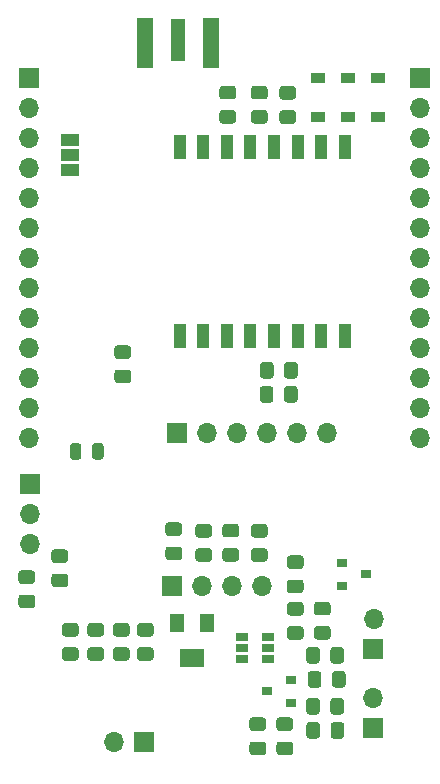
<source format=gbr>
G04 #@! TF.GenerationSoftware,KiCad,Pcbnew,(5.1.10)-1*
G04 #@! TF.CreationDate,2022-01-12T20:10:35+01:00*
G04 #@! TF.ProjectId,ttgot5,7474676f-7435-42e6-9b69-6361645f7063,rev?*
G04 #@! TF.SameCoordinates,Original*
G04 #@! TF.FileFunction,Soldermask,Bot*
G04 #@! TF.FilePolarity,Negative*
%FSLAX46Y46*%
G04 Gerber Fmt 4.6, Leading zero omitted, Abs format (unit mm)*
G04 Created by KiCad (PCBNEW (5.1.10)-1) date 2022-01-12 20:10:35*
%MOMM*%
%LPD*%
G01*
G04 APERTURE LIST*
%ADD10R,0.900000X0.800000*%
%ADD11O,1.700000X1.700000*%
%ADD12R,1.700000X1.700000*%
%ADD13R,1.200000X0.900000*%
%ADD14R,1.270000X3.600000*%
%ADD15R,1.350000X4.200000*%
%ADD16R,1.500000X1.000000*%
%ADD17R,1.060000X0.650000*%
%ADD18R,1.000000X2.000000*%
%ADD19R,1.300000X1.600000*%
%ADD20R,2.000000X1.600000*%
G04 APERTURE END LIST*
D10*
X130384000Y-148002000D03*
X128384000Y-147052000D03*
X128384000Y-148952000D03*
X122034000Y-157908000D03*
X124034000Y-158858000D03*
X124034000Y-156958000D03*
G36*
G01*
X126648000Y-156441999D02*
X126648000Y-157342001D01*
G75*
G02*
X126398001Y-157592000I-249999J0D01*
G01*
X125747999Y-157592000D01*
G75*
G02*
X125498000Y-157342001I0J249999D01*
G01*
X125498000Y-156441999D01*
G75*
G02*
X125747999Y-156192000I249999J0D01*
G01*
X126398001Y-156192000D01*
G75*
G02*
X126648000Y-156441999I0J-249999D01*
G01*
G37*
G36*
G01*
X128698000Y-156441999D02*
X128698000Y-157342001D01*
G75*
G02*
X128448001Y-157592000I-249999J0D01*
G01*
X127797999Y-157592000D01*
G75*
G02*
X127548000Y-157342001I0J249999D01*
G01*
X127548000Y-156441999D01*
G75*
G02*
X127797999Y-156192000I249999J0D01*
G01*
X128448001Y-156192000D01*
G75*
G02*
X128698000Y-156441999I0J-249999D01*
G01*
G37*
D11*
X109064000Y-162226000D03*
D12*
X111604000Y-162226000D03*
D11*
X101952000Y-145462000D03*
X101952000Y-142922000D03*
D12*
X101952000Y-140382000D03*
G36*
G01*
X107228000Y-138044250D02*
X107228000Y-137131750D01*
G75*
G02*
X107471750Y-136888000I243750J0D01*
G01*
X107959250Y-136888000D01*
G75*
G02*
X108203000Y-137131750I0J-243750D01*
G01*
X108203000Y-138044250D01*
G75*
G02*
X107959250Y-138288000I-243750J0D01*
G01*
X107471750Y-138288000D01*
G75*
G02*
X107228000Y-138044250I0J243750D01*
G01*
G37*
G36*
G01*
X105353000Y-138044250D02*
X105353000Y-137131750D01*
G75*
G02*
X105596750Y-136888000I243750J0D01*
G01*
X106084250Y-136888000D01*
G75*
G02*
X106328000Y-137131750I0J-243750D01*
G01*
X106328000Y-138044250D01*
G75*
G02*
X106084250Y-138288000I-243750J0D01*
G01*
X105596750Y-138288000D01*
G75*
G02*
X105353000Y-138044250I0J243750D01*
G01*
G37*
G36*
G01*
X123493000Y-131180001D02*
X123493000Y-130279999D01*
G75*
G02*
X123742999Y-130030000I249999J0D01*
G01*
X124393001Y-130030000D01*
G75*
G02*
X124643000Y-130279999I0J-249999D01*
G01*
X124643000Y-131180001D01*
G75*
G02*
X124393001Y-131430000I-249999J0D01*
G01*
X123742999Y-131430000D01*
G75*
G02*
X123493000Y-131180001I0J249999D01*
G01*
G37*
G36*
G01*
X121443000Y-131180001D02*
X121443000Y-130279999D01*
G75*
G02*
X121692999Y-130030000I249999J0D01*
G01*
X122343001Y-130030000D01*
G75*
G02*
X122593000Y-130279999I0J-249999D01*
G01*
X122593000Y-131180001D01*
G75*
G02*
X122343001Y-131430000I-249999J0D01*
G01*
X121692999Y-131430000D01*
G75*
G02*
X121443000Y-131180001I0J249999D01*
G01*
G37*
G36*
G01*
X123484000Y-133212001D02*
X123484000Y-132311999D01*
G75*
G02*
X123733999Y-132062000I249999J0D01*
G01*
X124384001Y-132062000D01*
G75*
G02*
X124634000Y-132311999I0J-249999D01*
G01*
X124634000Y-133212001D01*
G75*
G02*
X124384001Y-133462000I-249999J0D01*
G01*
X123733999Y-133462000D01*
G75*
G02*
X123484000Y-133212001I0J249999D01*
G01*
G37*
G36*
G01*
X121434000Y-133212001D02*
X121434000Y-132311999D01*
G75*
G02*
X121683999Y-132062000I249999J0D01*
G01*
X122334001Y-132062000D01*
G75*
G02*
X122584000Y-132311999I0J-249999D01*
G01*
X122584000Y-133212001D01*
G75*
G02*
X122334001Y-133462000I-249999J0D01*
G01*
X121683999Y-133462000D01*
G75*
G02*
X121434000Y-133212001I0J249999D01*
G01*
G37*
D11*
X127098000Y-136064000D03*
X124558000Y-136064000D03*
X122018000Y-136064000D03*
X119478000Y-136064000D03*
X116938000Y-136064000D03*
D12*
X114398000Y-136064000D03*
G36*
G01*
X124881001Y-147552000D02*
X123980999Y-147552000D01*
G75*
G02*
X123731000Y-147302001I0J249999D01*
G01*
X123731000Y-146651999D01*
G75*
G02*
X123980999Y-146402000I249999J0D01*
G01*
X124881001Y-146402000D01*
G75*
G02*
X125131000Y-146651999I0J-249999D01*
G01*
X125131000Y-147302001D01*
G75*
G02*
X124881001Y-147552000I-249999J0D01*
G01*
G37*
G36*
G01*
X124881001Y-149602000D02*
X123980999Y-149602000D01*
G75*
G02*
X123731000Y-149352001I0J249999D01*
G01*
X123731000Y-148701999D01*
G75*
G02*
X123980999Y-148452000I249999J0D01*
G01*
X124881001Y-148452000D01*
G75*
G02*
X125131000Y-148701999I0J-249999D01*
G01*
X125131000Y-149352001D01*
G75*
G02*
X124881001Y-149602000I-249999J0D01*
G01*
G37*
D13*
X126336000Y-109266000D03*
X126336000Y-105966000D03*
X128876000Y-109266000D03*
X128876000Y-105966000D03*
X131416000Y-109266000D03*
X131416000Y-105966000D03*
D11*
X131060400Y-151761200D03*
D12*
X131000000Y-154301200D03*
D11*
X131000000Y-158460000D03*
D12*
X131000000Y-161000000D03*
G36*
G01*
X123091999Y-162168000D02*
X123992001Y-162168000D01*
G75*
G02*
X124242000Y-162417999I0J-249999D01*
G01*
X124242000Y-163068001D01*
G75*
G02*
X123992001Y-163318000I-249999J0D01*
G01*
X123091999Y-163318000D01*
G75*
G02*
X122842000Y-163068001I0J249999D01*
G01*
X122842000Y-162417999D01*
G75*
G02*
X123091999Y-162168000I249999J0D01*
G01*
G37*
G36*
G01*
X123091999Y-160118000D02*
X123992001Y-160118000D01*
G75*
G02*
X124242000Y-160367999I0J-249999D01*
G01*
X124242000Y-161018001D01*
G75*
G02*
X123992001Y-161268000I-249999J0D01*
G01*
X123091999Y-161268000D01*
G75*
G02*
X122842000Y-161018001I0J249999D01*
G01*
X122842000Y-160367999D01*
G75*
G02*
X123091999Y-160118000I249999J0D01*
G01*
G37*
G36*
G01*
X120805999Y-162168000D02*
X121706001Y-162168000D01*
G75*
G02*
X121956000Y-162417999I0J-249999D01*
G01*
X121956000Y-163068001D01*
G75*
G02*
X121706001Y-163318000I-249999J0D01*
G01*
X120805999Y-163318000D01*
G75*
G02*
X120556000Y-163068001I0J249999D01*
G01*
X120556000Y-162417999D01*
G75*
G02*
X120805999Y-162168000I249999J0D01*
G01*
G37*
G36*
G01*
X120805999Y-160118000D02*
X121706001Y-160118000D01*
G75*
G02*
X121956000Y-160367999I0J-249999D01*
G01*
X121956000Y-161018001D01*
G75*
G02*
X121706001Y-161268000I-249999J0D01*
G01*
X120805999Y-161268000D01*
G75*
G02*
X120556000Y-161018001I0J249999D01*
G01*
X120556000Y-160367999D01*
G75*
G02*
X120805999Y-160118000I249999J0D01*
G01*
G37*
D14*
X114500000Y-102800000D03*
D15*
X117325000Y-103000000D03*
X111675000Y-103000000D03*
G36*
G01*
X102148001Y-148822000D02*
X101247999Y-148822000D01*
G75*
G02*
X100998000Y-148572001I0J249999D01*
G01*
X100998000Y-147921999D01*
G75*
G02*
X101247999Y-147672000I249999J0D01*
G01*
X102148001Y-147672000D01*
G75*
G02*
X102398000Y-147921999I0J-249999D01*
G01*
X102398000Y-148572001D01*
G75*
G02*
X102148001Y-148822000I-249999J0D01*
G01*
G37*
G36*
G01*
X102148001Y-150872000D02*
X101247999Y-150872000D01*
G75*
G02*
X100998000Y-150622001I0J249999D01*
G01*
X100998000Y-149971999D01*
G75*
G02*
X101247999Y-149722000I249999J0D01*
G01*
X102148001Y-149722000D01*
G75*
G02*
X102398000Y-149971999I0J-249999D01*
G01*
X102398000Y-150622001D01*
G75*
G02*
X102148001Y-150872000I-249999J0D01*
G01*
G37*
G36*
G01*
X109375999Y-130672000D02*
X110276001Y-130672000D01*
G75*
G02*
X110526000Y-130921999I0J-249999D01*
G01*
X110526000Y-131572001D01*
G75*
G02*
X110276001Y-131822000I-249999J0D01*
G01*
X109375999Y-131822000D01*
G75*
G02*
X109126000Y-131572001I0J249999D01*
G01*
X109126000Y-130921999D01*
G75*
G02*
X109375999Y-130672000I249999J0D01*
G01*
G37*
G36*
G01*
X109375999Y-128622000D02*
X110276001Y-128622000D01*
G75*
G02*
X110526000Y-128871999I0J-249999D01*
G01*
X110526000Y-129522001D01*
G75*
G02*
X110276001Y-129772000I-249999J0D01*
G01*
X109375999Y-129772000D01*
G75*
G02*
X109126000Y-129522001I0J249999D01*
G01*
X109126000Y-128871999D01*
G75*
G02*
X109375999Y-128622000I249999J0D01*
G01*
G37*
D16*
X105381000Y-112500000D03*
X105381000Y-113800000D03*
X105381000Y-111200000D03*
G36*
G01*
X123345999Y-108710000D02*
X124246001Y-108710000D01*
G75*
G02*
X124496000Y-108959999I0J-249999D01*
G01*
X124496000Y-109610001D01*
G75*
G02*
X124246001Y-109860000I-249999J0D01*
G01*
X123345999Y-109860000D01*
G75*
G02*
X123096000Y-109610001I0J249999D01*
G01*
X123096000Y-108959999D01*
G75*
G02*
X123345999Y-108710000I249999J0D01*
G01*
G37*
G36*
G01*
X123345999Y-106660000D02*
X124246001Y-106660000D01*
G75*
G02*
X124496000Y-106909999I0J-249999D01*
G01*
X124496000Y-107560001D01*
G75*
G02*
X124246001Y-107810000I-249999J0D01*
G01*
X123345999Y-107810000D01*
G75*
G02*
X123096000Y-107560001I0J249999D01*
G01*
X123096000Y-106909999D01*
G75*
G02*
X123345999Y-106660000I249999J0D01*
G01*
G37*
G36*
G01*
X117134001Y-146935000D02*
X116233999Y-146935000D01*
G75*
G02*
X115984000Y-146685001I0J249999D01*
G01*
X115984000Y-146034999D01*
G75*
G02*
X116233999Y-145785000I249999J0D01*
G01*
X117134001Y-145785000D01*
G75*
G02*
X117384000Y-146034999I0J-249999D01*
G01*
X117384000Y-146685001D01*
G75*
G02*
X117134001Y-146935000I-249999J0D01*
G01*
G37*
G36*
G01*
X117134001Y-144885000D02*
X116233999Y-144885000D01*
G75*
G02*
X115984000Y-144635001I0J249999D01*
G01*
X115984000Y-143984999D01*
G75*
G02*
X116233999Y-143735000I249999J0D01*
G01*
X117134001Y-143735000D01*
G75*
G02*
X117384000Y-143984999I0J-249999D01*
G01*
X117384000Y-144635001D01*
G75*
G02*
X117134001Y-144885000I-249999J0D01*
G01*
G37*
G36*
G01*
X125362000Y-159628001D02*
X125362000Y-158727999D01*
G75*
G02*
X125611999Y-158478000I249999J0D01*
G01*
X126262001Y-158478000D01*
G75*
G02*
X126512000Y-158727999I0J-249999D01*
G01*
X126512000Y-159628001D01*
G75*
G02*
X126262001Y-159878000I-249999J0D01*
G01*
X125611999Y-159878000D01*
G75*
G02*
X125362000Y-159628001I0J249999D01*
G01*
G37*
G36*
G01*
X127412000Y-159628001D02*
X127412000Y-158727999D01*
G75*
G02*
X127661999Y-158478000I249999J0D01*
G01*
X128312001Y-158478000D01*
G75*
G02*
X128562000Y-158727999I0J-249999D01*
G01*
X128562000Y-159628001D01*
G75*
G02*
X128312001Y-159878000I-249999J0D01*
G01*
X127661999Y-159878000D01*
G75*
G02*
X127412000Y-159628001I0J249999D01*
G01*
G37*
G36*
G01*
X120932999Y-108692000D02*
X121833001Y-108692000D01*
G75*
G02*
X122083000Y-108941999I0J-249999D01*
G01*
X122083000Y-109592001D01*
G75*
G02*
X121833001Y-109842000I-249999J0D01*
G01*
X120932999Y-109842000D01*
G75*
G02*
X120683000Y-109592001I0J249999D01*
G01*
X120683000Y-108941999D01*
G75*
G02*
X120932999Y-108692000I249999J0D01*
G01*
G37*
G36*
G01*
X120932999Y-106642000D02*
X121833001Y-106642000D01*
G75*
G02*
X122083000Y-106891999I0J-249999D01*
G01*
X122083000Y-107542001D01*
G75*
G02*
X121833001Y-107792000I-249999J0D01*
G01*
X120932999Y-107792000D01*
G75*
G02*
X120683000Y-107542001I0J249999D01*
G01*
X120683000Y-106891999D01*
G75*
G02*
X120932999Y-106642000I249999J0D01*
G01*
G37*
D12*
X101850000Y-106000000D03*
D11*
X101850000Y-108540000D03*
X101850000Y-111080000D03*
X101850000Y-113620000D03*
X101850000Y-116160000D03*
X101850000Y-118700000D03*
X101850000Y-121240000D03*
X101850000Y-123780000D03*
X101850000Y-126320000D03*
X101850000Y-128860000D03*
X101850000Y-131400000D03*
X101850000Y-133940000D03*
X101850000Y-136480000D03*
X135000000Y-136480000D03*
X135000000Y-133940000D03*
X135000000Y-131400000D03*
X135000000Y-128860000D03*
X135000000Y-126320000D03*
X135000000Y-123780000D03*
X135000000Y-121240000D03*
X135000000Y-118700000D03*
X135000000Y-116160000D03*
X135000000Y-113620000D03*
X135000000Y-111080000D03*
X135000000Y-108540000D03*
D12*
X135000000Y-106000000D03*
X114000000Y-149000000D03*
D11*
X116540000Y-149000000D03*
X119080000Y-149000000D03*
X121620000Y-149000000D03*
G36*
G01*
X112181001Y-153267000D02*
X111280999Y-153267000D01*
G75*
G02*
X111031000Y-153017001I0J249999D01*
G01*
X111031000Y-152366999D01*
G75*
G02*
X111280999Y-152117000I249999J0D01*
G01*
X112181001Y-152117000D01*
G75*
G02*
X112431000Y-152366999I0J-249999D01*
G01*
X112431000Y-153017001D01*
G75*
G02*
X112181001Y-153267000I-249999J0D01*
G01*
G37*
G36*
G01*
X112181001Y-155317000D02*
X111280999Y-155317000D01*
G75*
G02*
X111031000Y-155067001I0J249999D01*
G01*
X111031000Y-154416999D01*
G75*
G02*
X111280999Y-154167000I249999J0D01*
G01*
X112181001Y-154167000D01*
G75*
G02*
X112431000Y-154416999I0J-249999D01*
G01*
X112431000Y-155067001D01*
G75*
G02*
X112181001Y-155317000I-249999J0D01*
G01*
G37*
G36*
G01*
X126512000Y-154409999D02*
X126512000Y-155310001D01*
G75*
G02*
X126262001Y-155560000I-249999J0D01*
G01*
X125611999Y-155560000D01*
G75*
G02*
X125362000Y-155310001I0J249999D01*
G01*
X125362000Y-154409999D01*
G75*
G02*
X125611999Y-154160000I249999J0D01*
G01*
X126262001Y-154160000D01*
G75*
G02*
X126512000Y-154409999I0J-249999D01*
G01*
G37*
G36*
G01*
X128562000Y-154409999D02*
X128562000Y-155310001D01*
G75*
G02*
X128312001Y-155560000I-249999J0D01*
G01*
X127661999Y-155560000D01*
G75*
G02*
X127412000Y-155310001I0J249999D01*
G01*
X127412000Y-154409999D01*
G75*
G02*
X127661999Y-154160000I249999J0D01*
G01*
X128312001Y-154160000D01*
G75*
G02*
X128562000Y-154409999I0J-249999D01*
G01*
G37*
G36*
G01*
X110149001Y-155317000D02*
X109248999Y-155317000D01*
G75*
G02*
X108999000Y-155067001I0J249999D01*
G01*
X108999000Y-154416999D01*
G75*
G02*
X109248999Y-154167000I249999J0D01*
G01*
X110149001Y-154167000D01*
G75*
G02*
X110399000Y-154416999I0J-249999D01*
G01*
X110399000Y-155067001D01*
G75*
G02*
X110149001Y-155317000I-249999J0D01*
G01*
G37*
G36*
G01*
X110149001Y-153267000D02*
X109248999Y-153267000D01*
G75*
G02*
X108999000Y-153017001I0J249999D01*
G01*
X108999000Y-152366999D01*
G75*
G02*
X109248999Y-152117000I249999J0D01*
G01*
X110149001Y-152117000D01*
G75*
G02*
X110399000Y-152366999I0J-249999D01*
G01*
X110399000Y-153017001D01*
G75*
G02*
X110149001Y-153267000I-249999J0D01*
G01*
G37*
G36*
G01*
X120932999Y-143744000D02*
X121833001Y-143744000D01*
G75*
G02*
X122083000Y-143993999I0J-249999D01*
G01*
X122083000Y-144644001D01*
G75*
G02*
X121833001Y-144894000I-249999J0D01*
G01*
X120932999Y-144894000D01*
G75*
G02*
X120683000Y-144644001I0J249999D01*
G01*
X120683000Y-143993999D01*
G75*
G02*
X120932999Y-143744000I249999J0D01*
G01*
G37*
G36*
G01*
X120932999Y-145794000D02*
X121833001Y-145794000D01*
G75*
G02*
X122083000Y-146043999I0J-249999D01*
G01*
X122083000Y-146694001D01*
G75*
G02*
X121833001Y-146944000I-249999J0D01*
G01*
X120932999Y-146944000D01*
G75*
G02*
X120683000Y-146694001I0J249999D01*
G01*
X120683000Y-146043999D01*
G75*
G02*
X120932999Y-145794000I249999J0D01*
G01*
G37*
G36*
G01*
X118519999Y-143726000D02*
X119420001Y-143726000D01*
G75*
G02*
X119670000Y-143975999I0J-249999D01*
G01*
X119670000Y-144626001D01*
G75*
G02*
X119420001Y-144876000I-249999J0D01*
G01*
X118519999Y-144876000D01*
G75*
G02*
X118270000Y-144626001I0J249999D01*
G01*
X118270000Y-143975999D01*
G75*
G02*
X118519999Y-143726000I249999J0D01*
G01*
G37*
G36*
G01*
X118519999Y-145776000D02*
X119420001Y-145776000D01*
G75*
G02*
X119670000Y-146025999I0J-249999D01*
G01*
X119670000Y-146676001D01*
G75*
G02*
X119420001Y-146926000I-249999J0D01*
G01*
X118519999Y-146926000D01*
G75*
G02*
X118270000Y-146676001I0J249999D01*
G01*
X118270000Y-146025999D01*
G75*
G02*
X118519999Y-145776000I249999J0D01*
G01*
G37*
G36*
G01*
X126530000Y-160759999D02*
X126530000Y-161660001D01*
G75*
G02*
X126280001Y-161910000I-249999J0D01*
G01*
X125629999Y-161910000D01*
G75*
G02*
X125380000Y-161660001I0J249999D01*
G01*
X125380000Y-160759999D01*
G75*
G02*
X125629999Y-160510000I249999J0D01*
G01*
X126280001Y-160510000D01*
G75*
G02*
X126530000Y-160759999I0J-249999D01*
G01*
G37*
G36*
G01*
X128580000Y-160759999D02*
X128580000Y-161660001D01*
G75*
G02*
X128330001Y-161910000I-249999J0D01*
G01*
X127679999Y-161910000D01*
G75*
G02*
X127430000Y-161660001I0J249999D01*
G01*
X127430000Y-160759999D01*
G75*
G02*
X127679999Y-160510000I249999J0D01*
G01*
X128330001Y-160510000D01*
G75*
G02*
X128580000Y-160759999I0J-249999D01*
G01*
G37*
G36*
G01*
X124881001Y-153548000D02*
X123980999Y-153548000D01*
G75*
G02*
X123731000Y-153298001I0J249999D01*
G01*
X123731000Y-152647999D01*
G75*
G02*
X123980999Y-152398000I249999J0D01*
G01*
X124881001Y-152398000D01*
G75*
G02*
X125131000Y-152647999I0J-249999D01*
G01*
X125131000Y-153298001D01*
G75*
G02*
X124881001Y-153548000I-249999J0D01*
G01*
G37*
G36*
G01*
X124881001Y-151498000D02*
X123980999Y-151498000D01*
G75*
G02*
X123731000Y-151248001I0J249999D01*
G01*
X123731000Y-150597999D01*
G75*
G02*
X123980999Y-150348000I249999J0D01*
G01*
X124881001Y-150348000D01*
G75*
G02*
X125131000Y-150597999I0J-249999D01*
G01*
X125131000Y-151248001D01*
G75*
G02*
X124881001Y-151498000I-249999J0D01*
G01*
G37*
D17*
X119902000Y-155175000D03*
X119902000Y-154225000D03*
X119902000Y-153275000D03*
X122102000Y-153275000D03*
X122102000Y-155175000D03*
X122102000Y-154225000D03*
D18*
X128637000Y-127808000D03*
X126637000Y-127808000D03*
X124637000Y-127808000D03*
X122637000Y-127808000D03*
X120637000Y-127808000D03*
X118637000Y-127808000D03*
X116637000Y-127808000D03*
X114637000Y-127808000D03*
X114637000Y-111808000D03*
X116637000Y-111808000D03*
X118637000Y-111808000D03*
X120637000Y-111808000D03*
X122637000Y-111808000D03*
X124637000Y-111808000D03*
X126637000Y-111808000D03*
X128637000Y-111808000D03*
G36*
G01*
X126266999Y-150330000D02*
X127167001Y-150330000D01*
G75*
G02*
X127417000Y-150579999I0J-249999D01*
G01*
X127417000Y-151230001D01*
G75*
G02*
X127167001Y-151480000I-249999J0D01*
G01*
X126266999Y-151480000D01*
G75*
G02*
X126017000Y-151230001I0J249999D01*
G01*
X126017000Y-150579999D01*
G75*
G02*
X126266999Y-150330000I249999J0D01*
G01*
G37*
G36*
G01*
X126266999Y-152380000D02*
X127167001Y-152380000D01*
G75*
G02*
X127417000Y-152629999I0J-249999D01*
G01*
X127417000Y-153280001D01*
G75*
G02*
X127167001Y-153530000I-249999J0D01*
G01*
X126266999Y-153530000D01*
G75*
G02*
X126017000Y-153280001I0J249999D01*
G01*
X126017000Y-152629999D01*
G75*
G02*
X126266999Y-152380000I249999J0D01*
G01*
G37*
G36*
G01*
X105831001Y-155317000D02*
X104930999Y-155317000D01*
G75*
G02*
X104681000Y-155067001I0J249999D01*
G01*
X104681000Y-154416999D01*
G75*
G02*
X104930999Y-154167000I249999J0D01*
G01*
X105831001Y-154167000D01*
G75*
G02*
X106081000Y-154416999I0J-249999D01*
G01*
X106081000Y-155067001D01*
G75*
G02*
X105831001Y-155317000I-249999J0D01*
G01*
G37*
G36*
G01*
X105831001Y-153267000D02*
X104930999Y-153267000D01*
G75*
G02*
X104681000Y-153017001I0J249999D01*
G01*
X104681000Y-152366999D01*
G75*
G02*
X104930999Y-152117000I249999J0D01*
G01*
X105831001Y-152117000D01*
G75*
G02*
X106081000Y-152366999I0J-249999D01*
G01*
X106081000Y-153017001D01*
G75*
G02*
X105831001Y-153267000I-249999J0D01*
G01*
G37*
G36*
G01*
X107089999Y-154167000D02*
X107990001Y-154167000D01*
G75*
G02*
X108240000Y-154416999I0J-249999D01*
G01*
X108240000Y-155067001D01*
G75*
G02*
X107990001Y-155317000I-249999J0D01*
G01*
X107089999Y-155317000D01*
G75*
G02*
X106840000Y-155067001I0J249999D01*
G01*
X106840000Y-154416999D01*
G75*
G02*
X107089999Y-154167000I249999J0D01*
G01*
G37*
G36*
G01*
X107089999Y-152117000D02*
X107990001Y-152117000D01*
G75*
G02*
X108240000Y-152366999I0J-249999D01*
G01*
X108240000Y-153017001D01*
G75*
G02*
X107990001Y-153267000I-249999J0D01*
G01*
X107089999Y-153267000D01*
G75*
G02*
X106840000Y-153017001I0J249999D01*
G01*
X106840000Y-152366999D01*
G75*
G02*
X107089999Y-152117000I249999J0D01*
G01*
G37*
G36*
G01*
X114594001Y-146808000D02*
X113693999Y-146808000D01*
G75*
G02*
X113444000Y-146558001I0J249999D01*
G01*
X113444000Y-145907999D01*
G75*
G02*
X113693999Y-145658000I249999J0D01*
G01*
X114594001Y-145658000D01*
G75*
G02*
X114844000Y-145907999I0J-249999D01*
G01*
X114844000Y-146558001D01*
G75*
G02*
X114594001Y-146808000I-249999J0D01*
G01*
G37*
G36*
G01*
X114594001Y-144758000D02*
X113693999Y-144758000D01*
G75*
G02*
X113444000Y-144508001I0J249999D01*
G01*
X113444000Y-143857999D01*
G75*
G02*
X113693999Y-143608000I249999J0D01*
G01*
X114594001Y-143608000D01*
G75*
G02*
X114844000Y-143857999I0J-249999D01*
G01*
X114844000Y-144508001D01*
G75*
G02*
X114594001Y-144758000I-249999J0D01*
G01*
G37*
G36*
G01*
X104942001Y-149094000D02*
X104041999Y-149094000D01*
G75*
G02*
X103792000Y-148844001I0J249999D01*
G01*
X103792000Y-148193999D01*
G75*
G02*
X104041999Y-147944000I249999J0D01*
G01*
X104942001Y-147944000D01*
G75*
G02*
X105192000Y-148193999I0J-249999D01*
G01*
X105192000Y-148844001D01*
G75*
G02*
X104942001Y-149094000I-249999J0D01*
G01*
G37*
G36*
G01*
X104942001Y-147044000D02*
X104041999Y-147044000D01*
G75*
G02*
X103792000Y-146794001I0J249999D01*
G01*
X103792000Y-146143999D01*
G75*
G02*
X104041999Y-145894000I249999J0D01*
G01*
X104942001Y-145894000D01*
G75*
G02*
X105192000Y-146143999I0J-249999D01*
G01*
X105192000Y-146794001D01*
G75*
G02*
X104942001Y-147044000I-249999J0D01*
G01*
G37*
G36*
G01*
X118265999Y-106642000D02*
X119166001Y-106642000D01*
G75*
G02*
X119416000Y-106891999I0J-249999D01*
G01*
X119416000Y-107542001D01*
G75*
G02*
X119166001Y-107792000I-249999J0D01*
G01*
X118265999Y-107792000D01*
G75*
G02*
X118016000Y-107542001I0J249999D01*
G01*
X118016000Y-106891999D01*
G75*
G02*
X118265999Y-106642000I249999J0D01*
G01*
G37*
G36*
G01*
X118265999Y-108692000D02*
X119166001Y-108692000D01*
G75*
G02*
X119416000Y-108941999I0J-249999D01*
G01*
X119416000Y-109592001D01*
G75*
G02*
X119166001Y-109842000I-249999J0D01*
G01*
X118265999Y-109842000D01*
G75*
G02*
X118016000Y-109592001I0J249999D01*
G01*
X118016000Y-108941999D01*
G75*
G02*
X118265999Y-108692000I249999J0D01*
G01*
G37*
D19*
X114418000Y-152150000D03*
D20*
X115668000Y-155050000D03*
D19*
X116918000Y-152150000D03*
M02*

</source>
